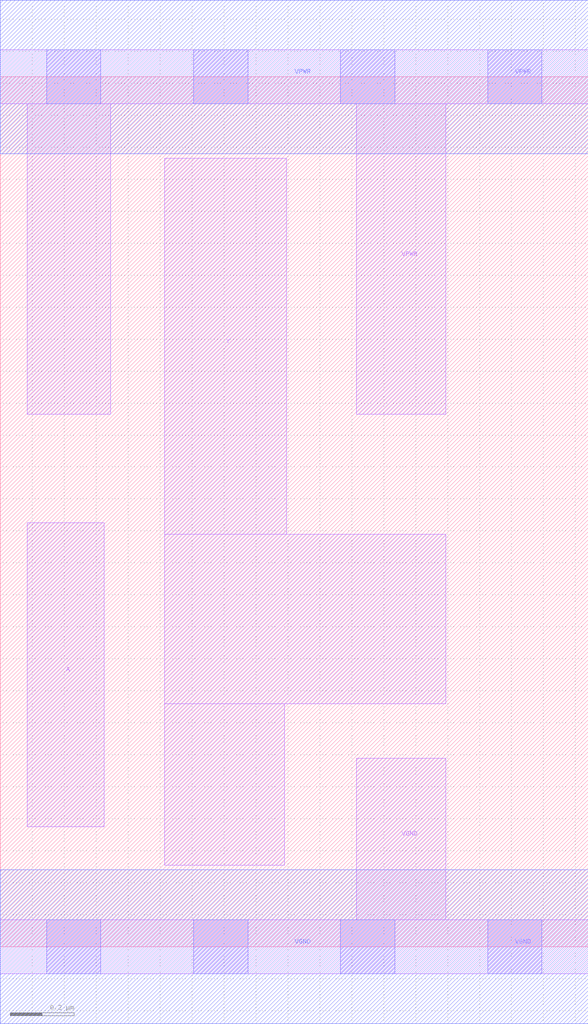
<source format=lef>
# Copyright 2020 The SkyWater PDK Authors
#
# Licensed under the Apache License, Version 2.0 (the "License");
# you may not use this file except in compliance with the License.
# You may obtain a copy of the License at
#
#     https://www.apache.org/licenses/LICENSE-2.0
#
# Unless required by applicable law or agreed to in writing, software
# distributed under the License is distributed on an "AS IS" BASIS,
# WITHOUT WARRANTIES OR CONDITIONS OF ANY KIND, either express or implied.
# See the License for the specific language governing permissions and
# limitations under the License.
#
# SPDX-License-Identifier: Apache-2.0

VERSION 5.7 ;
  NAMESCASESENSITIVE ON ;
  NOWIREEXTENSIONATPIN ON ;
  DIVIDERCHAR "/" ;
  BUSBITCHARS "[]" ;
UNITS
  DATABASE MICRONS 200 ;
END UNITS
PROPERTYDEFINITIONS
  MACRO maskLayoutSubType STRING ;
  MACRO prCellType STRING ;
  MACRO originalViewName STRING ;
END PROPERTYDEFINITIONS
MACRO sky130_fd_sc_hdll__clkinv_1
  CLASS CORE ;
  FOREIGN sky130_fd_sc_hdll__clkinv_1 ;
  ORIGIN  0.000000  0.000000 ;
  SIZE  1.840000 BY  2.720000 ;
  SYMMETRY X Y R90 ;
  SITE unithd ;
  PIN A
    ANTENNAGATEAREA  0.365400 ;
    DIRECTION INPUT ;
    USE SIGNAL ;
    PORT
      LAYER li1 ;
        RECT 0.085000 0.375000 0.325000 1.325000 ;
    END
  END A
  PIN VGND
    ANTENNADIFFAREA  0.119700 ;
    DIRECTION INOUT ;
    USE SIGNAL ;
    PORT
      LAYER li1 ;
        RECT 0.000000 -0.085000 1.840000 0.085000 ;
        RECT 1.115000  0.085000 1.395000 0.590000 ;
      LAYER mcon ;
        RECT 0.145000 -0.085000 0.315000 0.085000 ;
        RECT 0.605000 -0.085000 0.775000 0.085000 ;
        RECT 1.065000 -0.085000 1.235000 0.085000 ;
        RECT 1.525000 -0.085000 1.695000 0.085000 ;
      LAYER met1 ;
        RECT 0.000000 -0.240000 1.840000 0.240000 ;
    END
  END VGND
  PIN VPWR
    ANTENNADIFFAREA  0.470400 ;
    DIRECTION INOUT ;
    USE SIGNAL ;
    PORT
      LAYER li1 ;
        RECT 0.000000 2.635000 1.840000 2.805000 ;
        RECT 0.085000 1.665000 0.345000 2.635000 ;
        RECT 1.115000 1.665000 1.395000 2.635000 ;
      LAYER mcon ;
        RECT 0.145000 2.635000 0.315000 2.805000 ;
        RECT 0.605000 2.635000 0.775000 2.805000 ;
        RECT 1.065000 2.635000 1.235000 2.805000 ;
        RECT 1.525000 2.635000 1.695000 2.805000 ;
      LAYER met1 ;
        RECT 0.000000 2.480000 1.840000 2.960000 ;
    END
  END VPWR
  PIN Y
    ANTENNADIFFAREA  0.375900 ;
    DIRECTION OUTPUT ;
    USE SIGNAL ;
    PORT
      LAYER li1 ;
        RECT 0.515000 0.255000 0.890000 0.760000 ;
        RECT 0.515000 0.760000 1.395000 1.290000 ;
        RECT 0.515000 1.290000 0.895000 2.465000 ;
    END
  END Y
  PROPERTY maskLayoutSubType "abstract" ;
  PROPERTY prCellType "standard" ;
  PROPERTY originalViewName "layout" ;
END sky130_fd_sc_hdll__clkinv_1

</source>
